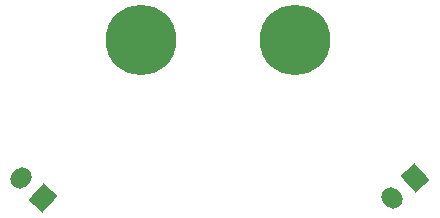
<source format=gbr>
%TF.GenerationSoftware,KiCad,Pcbnew,7.0.9-7.0.9~ubuntu22.04.1*%
%TF.CreationDate,2024-01-02T11:30:03-08:00*%
%TF.ProjectId,kraken-can-adapter,6b72616b-656e-42d6-9361-6e2d61646170,1*%
%TF.SameCoordinates,Original*%
%TF.FileFunction,Soldermask,Bot*%
%TF.FilePolarity,Negative*%
%FSLAX46Y46*%
G04 Gerber Fmt 4.6, Leading zero omitted, Abs format (unit mm)*
G04 Created by KiCad (PCBNEW 7.0.9-7.0.9~ubuntu22.04.1) date 2024-01-02 11:30:03*
%MOMM*%
%LPD*%
G01*
G04 APERTURE LIST*
G04 Aperture macros list*
%AMHorizOval*
0 Thick line with rounded ends*
0 $1 width*
0 $2 $3 position (X,Y) of the first rounded end (center of the circle)*
0 $4 $5 position (X,Y) of the second rounded end (center of the circle)*
0 Add line between two ends*
20,1,$1,$2,$3,$4,$5,0*
0 Add two circle primitives to create the rounded ends*
1,1,$1,$2,$3*
1,1,$1,$4,$5*%
%AMRotRect*
0 Rectangle, with rotation*
0 The origin of the aperture is its center*
0 $1 length*
0 $2 width*
0 $3 Rotation angle, in degrees counterclockwise*
0 Add horizontal line*
21,1,$1,$2,0,0,$3*%
G04 Aperture macros list end*
%ADD10C,5.969000*%
%ADD11RotRect,1.600200X1.905000X222.500000*%
%ADD12HorizOval,1.600200X-0.102960X0.112361X0.102960X-0.112361X0*%
%ADD13RotRect,1.600200X1.905000X137.500000*%
%ADD14HorizOval,1.600200X0.102960X0.112361X-0.102960X-0.112361X0*%
G04 APERTURE END LIST*
D10*
%TO.C,J4*%
X99745307Y-110386204D03*
%TD*%
%TO.C,J3*%
X112750107Y-110386204D03*
%TD*%
D11*
%TO.C,J1*%
X122903191Y-122030605D03*
D12*
X121030507Y-123746604D03*
%TD*%
D13*
%TO.C,J2*%
X91464907Y-123746604D03*
D14*
X89592223Y-122030605D03*
%TD*%
M02*

</source>
